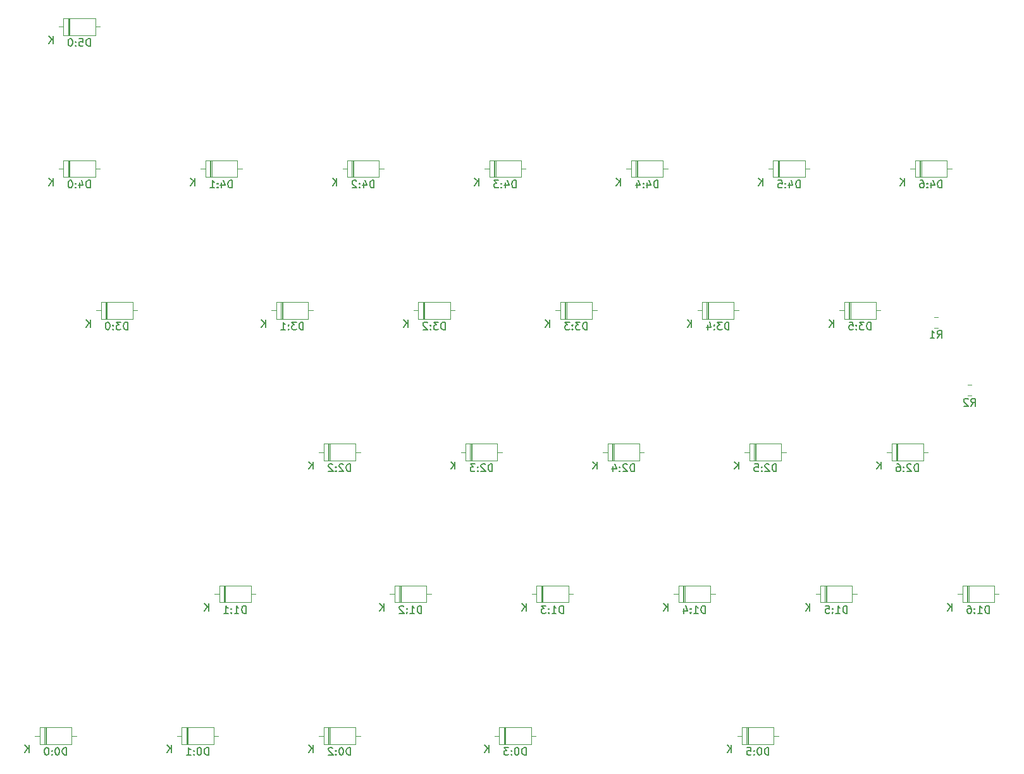
<source format=gbr>
G04 #@! TF.GenerationSoftware,KiCad,Pcbnew,(5.1.4-0-10_14)*
G04 #@! TF.CreationDate,2019-10-23T14:37:35-04:00*
G04 #@! TF.ProjectId,Nomad,4e6f6d61-642e-46b6-9963-61645f706362,rev?*
G04 #@! TF.SameCoordinates,Original*
G04 #@! TF.FileFunction,Legend,Bot*
G04 #@! TF.FilePolarity,Positive*
%FSLAX46Y46*%
G04 Gerber Fmt 4.6, Leading zero omitted, Abs format (unit mm)*
G04 Created by KiCad (PCBNEW (5.1.4-0-10_14)) date 2019-10-23 14:37:35*
%MOMM*%
%LPD*%
G04 APERTURE LIST*
%ADD10C,0.120000*%
%ADD11C,0.150000*%
G04 APERTURE END LIST*
D10*
X162043748Y-74930000D02*
X162566252Y-74930000D01*
X162043748Y-76350000D02*
X162566252Y-76350000D01*
X157533748Y-67250000D02*
X158056252Y-67250000D01*
X157533748Y-65830000D02*
X158056252Y-65830000D01*
X161933333Y-104060000D02*
X161933333Y-101820000D01*
X162173333Y-104060000D02*
X162173333Y-101820000D01*
X162053333Y-104060000D02*
X162053333Y-101820000D01*
X166223333Y-102940000D02*
X165573333Y-102940000D01*
X160683333Y-102940000D02*
X161333333Y-102940000D01*
X165573333Y-104060000D02*
X161333333Y-104060000D01*
X165573333Y-101820000D02*
X165573333Y-104060000D01*
X161333333Y-101820000D02*
X165573333Y-101820000D01*
X161333333Y-104060000D02*
X161333333Y-101820000D01*
X152433333Y-85060000D02*
X152433333Y-82820000D01*
X152673333Y-85060000D02*
X152673333Y-82820000D01*
X152553333Y-85060000D02*
X152553333Y-82820000D01*
X156723333Y-83940000D02*
X156073333Y-83940000D01*
X151183333Y-83940000D02*
X151833333Y-83940000D01*
X156073333Y-85060000D02*
X151833333Y-85060000D01*
X156073333Y-82820000D02*
X156073333Y-85060000D01*
X151833333Y-82820000D02*
X156073333Y-82820000D01*
X151833333Y-85060000D02*
X151833333Y-82820000D01*
X155600000Y-47060000D02*
X155600000Y-44820000D01*
X155840000Y-47060000D02*
X155840000Y-44820000D01*
X155720000Y-47060000D02*
X155720000Y-44820000D01*
X159890000Y-45940000D02*
X159240000Y-45940000D01*
X154350000Y-45940000D02*
X155000000Y-45940000D01*
X159240000Y-47060000D02*
X155000000Y-47060000D01*
X159240000Y-44820000D02*
X159240000Y-47060000D01*
X155000000Y-44820000D02*
X159240000Y-44820000D01*
X155000000Y-47060000D02*
X155000000Y-44820000D01*
X132433333Y-123060000D02*
X132433333Y-120820000D01*
X132673333Y-123060000D02*
X132673333Y-120820000D01*
X132553333Y-123060000D02*
X132553333Y-120820000D01*
X136723333Y-121940000D02*
X136073333Y-121940000D01*
X131183333Y-121940000D02*
X131833333Y-121940000D01*
X136073333Y-123060000D02*
X131833333Y-123060000D01*
X136073333Y-120820000D02*
X136073333Y-123060000D01*
X131833333Y-120820000D02*
X136073333Y-120820000D01*
X131833333Y-123060000D02*
X131833333Y-120820000D01*
X142933333Y-104060000D02*
X142933333Y-101820000D01*
X143173333Y-104060000D02*
X143173333Y-101820000D01*
X143053333Y-104060000D02*
X143053333Y-101820000D01*
X147223333Y-102940000D02*
X146573333Y-102940000D01*
X141683333Y-102940000D02*
X142333333Y-102940000D01*
X146573333Y-104060000D02*
X142333333Y-104060000D01*
X146573333Y-101820000D02*
X146573333Y-104060000D01*
X142333333Y-101820000D02*
X146573333Y-101820000D01*
X142333333Y-104060000D02*
X142333333Y-101820000D01*
X133433333Y-85060000D02*
X133433333Y-82820000D01*
X133673333Y-85060000D02*
X133673333Y-82820000D01*
X133553333Y-85060000D02*
X133553333Y-82820000D01*
X137723333Y-83940000D02*
X137073333Y-83940000D01*
X132183333Y-83940000D02*
X132833333Y-83940000D01*
X137073333Y-85060000D02*
X132833333Y-85060000D01*
X137073333Y-82820000D02*
X137073333Y-85060000D01*
X132833333Y-82820000D02*
X137073333Y-82820000D01*
X132833333Y-85060000D02*
X132833333Y-82820000D01*
X146100000Y-66060000D02*
X146100000Y-63820000D01*
X146340000Y-66060000D02*
X146340000Y-63820000D01*
X146220000Y-66060000D02*
X146220000Y-63820000D01*
X150390000Y-64940000D02*
X149740000Y-64940000D01*
X144850000Y-64940000D02*
X145500000Y-64940000D01*
X149740000Y-66060000D02*
X145500000Y-66060000D01*
X149740000Y-63820000D02*
X149740000Y-66060000D01*
X145500000Y-63820000D02*
X149740000Y-63820000D01*
X145500000Y-66060000D02*
X145500000Y-63820000D01*
X136600000Y-47060000D02*
X136600000Y-44820000D01*
X136840000Y-47060000D02*
X136840000Y-44820000D01*
X136720000Y-47060000D02*
X136720000Y-44820000D01*
X140890000Y-45940000D02*
X140240000Y-45940000D01*
X135350000Y-45940000D02*
X136000000Y-45940000D01*
X140240000Y-47060000D02*
X136000000Y-47060000D01*
X140240000Y-44820000D02*
X140240000Y-47060000D01*
X136000000Y-44820000D02*
X140240000Y-44820000D01*
X136000000Y-47060000D02*
X136000000Y-44820000D01*
X123933333Y-104060000D02*
X123933333Y-101820000D01*
X124173333Y-104060000D02*
X124173333Y-101820000D01*
X124053333Y-104060000D02*
X124053333Y-101820000D01*
X128223333Y-102940000D02*
X127573333Y-102940000D01*
X122683333Y-102940000D02*
X123333333Y-102940000D01*
X127573333Y-104060000D02*
X123333333Y-104060000D01*
X127573333Y-101820000D02*
X127573333Y-104060000D01*
X123333333Y-101820000D02*
X127573333Y-101820000D01*
X123333333Y-104060000D02*
X123333333Y-101820000D01*
X114433333Y-85060000D02*
X114433333Y-82820000D01*
X114673333Y-85060000D02*
X114673333Y-82820000D01*
X114553333Y-85060000D02*
X114553333Y-82820000D01*
X118723333Y-83940000D02*
X118073333Y-83940000D01*
X113183333Y-83940000D02*
X113833333Y-83940000D01*
X118073333Y-85060000D02*
X113833333Y-85060000D01*
X118073333Y-82820000D02*
X118073333Y-85060000D01*
X113833333Y-82820000D02*
X118073333Y-82820000D01*
X113833333Y-85060000D02*
X113833333Y-82820000D01*
X127100000Y-66060000D02*
X127100000Y-63820000D01*
X127340000Y-66060000D02*
X127340000Y-63820000D01*
X127220000Y-66060000D02*
X127220000Y-63820000D01*
X131390000Y-64940000D02*
X130740000Y-64940000D01*
X125850000Y-64940000D02*
X126500000Y-64940000D01*
X130740000Y-66060000D02*
X126500000Y-66060000D01*
X130740000Y-63820000D02*
X130740000Y-66060000D01*
X126500000Y-63820000D02*
X130740000Y-63820000D01*
X126500000Y-66060000D02*
X126500000Y-63820000D01*
X117600000Y-47060000D02*
X117600000Y-44820000D01*
X117840000Y-47060000D02*
X117840000Y-44820000D01*
X117720000Y-47060000D02*
X117720000Y-44820000D01*
X121890000Y-45940000D02*
X121240000Y-45940000D01*
X116350000Y-45940000D02*
X117000000Y-45940000D01*
X121240000Y-47060000D02*
X117000000Y-47060000D01*
X121240000Y-44820000D02*
X121240000Y-47060000D01*
X117000000Y-44820000D02*
X121240000Y-44820000D01*
X117000000Y-47060000D02*
X117000000Y-44820000D01*
X99933333Y-123060000D02*
X99933333Y-120820000D01*
X100173333Y-123060000D02*
X100173333Y-120820000D01*
X100053333Y-123060000D02*
X100053333Y-120820000D01*
X104223333Y-121940000D02*
X103573333Y-121940000D01*
X98683333Y-121940000D02*
X99333333Y-121940000D01*
X103573333Y-123060000D02*
X99333333Y-123060000D01*
X103573333Y-120820000D02*
X103573333Y-123060000D01*
X99333333Y-120820000D02*
X103573333Y-120820000D01*
X99333333Y-123060000D02*
X99333333Y-120820000D01*
X104933333Y-104060000D02*
X104933333Y-101820000D01*
X105173333Y-104060000D02*
X105173333Y-101820000D01*
X105053333Y-104060000D02*
X105053333Y-101820000D01*
X109223333Y-102940000D02*
X108573333Y-102940000D01*
X103683333Y-102940000D02*
X104333333Y-102940000D01*
X108573333Y-104060000D02*
X104333333Y-104060000D01*
X108573333Y-101820000D02*
X108573333Y-104060000D01*
X104333333Y-101820000D02*
X108573333Y-101820000D01*
X104333333Y-104060000D02*
X104333333Y-101820000D01*
X95433333Y-85060000D02*
X95433333Y-82820000D01*
X95673333Y-85060000D02*
X95673333Y-82820000D01*
X95553333Y-85060000D02*
X95553333Y-82820000D01*
X99723333Y-83940000D02*
X99073333Y-83940000D01*
X94183333Y-83940000D02*
X94833333Y-83940000D01*
X99073333Y-85060000D02*
X94833333Y-85060000D01*
X99073333Y-82820000D02*
X99073333Y-85060000D01*
X94833333Y-82820000D02*
X99073333Y-82820000D01*
X94833333Y-85060000D02*
X94833333Y-82820000D01*
X108100000Y-66060000D02*
X108100000Y-63820000D01*
X108340000Y-66060000D02*
X108340000Y-63820000D01*
X108220000Y-66060000D02*
X108220000Y-63820000D01*
X112390000Y-64940000D02*
X111740000Y-64940000D01*
X106850000Y-64940000D02*
X107500000Y-64940000D01*
X111740000Y-66060000D02*
X107500000Y-66060000D01*
X111740000Y-63820000D02*
X111740000Y-66060000D01*
X107500000Y-63820000D02*
X111740000Y-63820000D01*
X107500000Y-66060000D02*
X107500000Y-63820000D01*
X98600000Y-47060000D02*
X98600000Y-44820000D01*
X98840000Y-47060000D02*
X98840000Y-44820000D01*
X98720000Y-47060000D02*
X98720000Y-44820000D01*
X102890000Y-45940000D02*
X102240000Y-45940000D01*
X97350000Y-45940000D02*
X98000000Y-45940000D01*
X102240000Y-47060000D02*
X98000000Y-47060000D01*
X102240000Y-44820000D02*
X102240000Y-47060000D01*
X98000000Y-44820000D02*
X102240000Y-44820000D01*
X98000000Y-47060000D02*
X98000000Y-44820000D01*
X76433333Y-123060000D02*
X76433333Y-120820000D01*
X76673333Y-123060000D02*
X76673333Y-120820000D01*
X76553333Y-123060000D02*
X76553333Y-120820000D01*
X80723333Y-121940000D02*
X80073333Y-121940000D01*
X75183333Y-121940000D02*
X75833333Y-121940000D01*
X80073333Y-123060000D02*
X75833333Y-123060000D01*
X80073333Y-120820000D02*
X80073333Y-123060000D01*
X75833333Y-120820000D02*
X80073333Y-120820000D01*
X75833333Y-123060000D02*
X75833333Y-120820000D01*
X85933333Y-104060000D02*
X85933333Y-101820000D01*
X86173333Y-104060000D02*
X86173333Y-101820000D01*
X86053333Y-104060000D02*
X86053333Y-101820000D01*
X90223333Y-102940000D02*
X89573333Y-102940000D01*
X84683333Y-102940000D02*
X85333333Y-102940000D01*
X89573333Y-104060000D02*
X85333333Y-104060000D01*
X89573333Y-101820000D02*
X89573333Y-104060000D01*
X85333333Y-101820000D02*
X89573333Y-101820000D01*
X85333333Y-104060000D02*
X85333333Y-101820000D01*
X76433333Y-85060000D02*
X76433333Y-82820000D01*
X76673333Y-85060000D02*
X76673333Y-82820000D01*
X76553333Y-85060000D02*
X76553333Y-82820000D01*
X80723333Y-83940000D02*
X80073333Y-83940000D01*
X75183333Y-83940000D02*
X75833333Y-83940000D01*
X80073333Y-85060000D02*
X75833333Y-85060000D01*
X80073333Y-82820000D02*
X80073333Y-85060000D01*
X75833333Y-82820000D02*
X80073333Y-82820000D01*
X75833333Y-85060000D02*
X75833333Y-82820000D01*
X89100000Y-66060000D02*
X89100000Y-63820000D01*
X89340000Y-66060000D02*
X89340000Y-63820000D01*
X89220000Y-66060000D02*
X89220000Y-63820000D01*
X93390000Y-64940000D02*
X92740000Y-64940000D01*
X87850000Y-64940000D02*
X88500000Y-64940000D01*
X92740000Y-66060000D02*
X88500000Y-66060000D01*
X92740000Y-63820000D02*
X92740000Y-66060000D01*
X88500000Y-63820000D02*
X92740000Y-63820000D01*
X88500000Y-66060000D02*
X88500000Y-63820000D01*
X79600000Y-47060000D02*
X79600000Y-44820000D01*
X79840000Y-47060000D02*
X79840000Y-44820000D01*
X79720000Y-47060000D02*
X79720000Y-44820000D01*
X83890000Y-45940000D02*
X83240000Y-45940000D01*
X78350000Y-45940000D02*
X79000000Y-45940000D01*
X83240000Y-47060000D02*
X79000000Y-47060000D01*
X83240000Y-44820000D02*
X83240000Y-47060000D01*
X79000000Y-44820000D02*
X83240000Y-44820000D01*
X79000000Y-47060000D02*
X79000000Y-44820000D01*
X57433333Y-123060000D02*
X57433333Y-120820000D01*
X57673333Y-123060000D02*
X57673333Y-120820000D01*
X57553333Y-123060000D02*
X57553333Y-120820000D01*
X61723333Y-121940000D02*
X61073333Y-121940000D01*
X56183333Y-121940000D02*
X56833333Y-121940000D01*
X61073333Y-123060000D02*
X56833333Y-123060000D01*
X61073333Y-120820000D02*
X61073333Y-123060000D01*
X56833333Y-120820000D02*
X61073333Y-120820000D01*
X56833333Y-123060000D02*
X56833333Y-120820000D01*
X62433333Y-104060000D02*
X62433333Y-101820000D01*
X62673333Y-104060000D02*
X62673333Y-101820000D01*
X62553333Y-104060000D02*
X62553333Y-101820000D01*
X66723333Y-102940000D02*
X66073333Y-102940000D01*
X61183333Y-102940000D02*
X61833333Y-102940000D01*
X66073333Y-104060000D02*
X61833333Y-104060000D01*
X66073333Y-101820000D02*
X66073333Y-104060000D01*
X61833333Y-101820000D02*
X66073333Y-101820000D01*
X61833333Y-104060000D02*
X61833333Y-101820000D01*
X70100000Y-66060000D02*
X70100000Y-63820000D01*
X70340000Y-66060000D02*
X70340000Y-63820000D01*
X70220000Y-66060000D02*
X70220000Y-63820000D01*
X74390000Y-64940000D02*
X73740000Y-64940000D01*
X68850000Y-64940000D02*
X69500000Y-64940000D01*
X73740000Y-66060000D02*
X69500000Y-66060000D01*
X73740000Y-63820000D02*
X73740000Y-66060000D01*
X69500000Y-63820000D02*
X73740000Y-63820000D01*
X69500000Y-66060000D02*
X69500000Y-63820000D01*
X60600000Y-47060000D02*
X60600000Y-44820000D01*
X60840000Y-47060000D02*
X60840000Y-44820000D01*
X60720000Y-47060000D02*
X60720000Y-44820000D01*
X64890000Y-45940000D02*
X64240000Y-45940000D01*
X59350000Y-45940000D02*
X60000000Y-45940000D01*
X64240000Y-47060000D02*
X60000000Y-47060000D01*
X64240000Y-44820000D02*
X64240000Y-47060000D01*
X60000000Y-44820000D02*
X64240000Y-44820000D01*
X60000000Y-47060000D02*
X60000000Y-44820000D01*
X38433333Y-123060000D02*
X38433333Y-120820000D01*
X38673333Y-123060000D02*
X38673333Y-120820000D01*
X38553333Y-123060000D02*
X38553333Y-120820000D01*
X42723333Y-121940000D02*
X42073333Y-121940000D01*
X37183333Y-121940000D02*
X37833333Y-121940000D01*
X42073333Y-123060000D02*
X37833333Y-123060000D01*
X42073333Y-120820000D02*
X42073333Y-123060000D01*
X37833333Y-120820000D02*
X42073333Y-120820000D01*
X37833333Y-123060000D02*
X37833333Y-120820000D01*
X46600000Y-66060000D02*
X46600000Y-63820000D01*
X46840000Y-66060000D02*
X46840000Y-63820000D01*
X46720000Y-66060000D02*
X46720000Y-63820000D01*
X50890000Y-64940000D02*
X50240000Y-64940000D01*
X45350000Y-64940000D02*
X46000000Y-64940000D01*
X50240000Y-66060000D02*
X46000000Y-66060000D01*
X50240000Y-63820000D02*
X50240000Y-66060000D01*
X46000000Y-63820000D02*
X50240000Y-63820000D01*
X46000000Y-66060000D02*
X46000000Y-63820000D01*
X41600000Y-47060000D02*
X41600000Y-44820000D01*
X41840000Y-47060000D02*
X41840000Y-44820000D01*
X41720000Y-47060000D02*
X41720000Y-44820000D01*
X45890000Y-45940000D02*
X45240000Y-45940000D01*
X40350000Y-45940000D02*
X41000000Y-45940000D01*
X45240000Y-47060000D02*
X41000000Y-47060000D01*
X45240000Y-44820000D02*
X45240000Y-47060000D01*
X41000000Y-44820000D02*
X45240000Y-44820000D01*
X41000000Y-47060000D02*
X41000000Y-44820000D01*
X41600000Y-28060000D02*
X41600000Y-25820000D01*
X41840000Y-28060000D02*
X41840000Y-25820000D01*
X41720000Y-28060000D02*
X41720000Y-25820000D01*
X45890000Y-26940000D02*
X45240000Y-26940000D01*
X40350000Y-26940000D02*
X41000000Y-26940000D01*
X45240000Y-28060000D02*
X41000000Y-28060000D01*
X45240000Y-25820000D02*
X45240000Y-28060000D01*
X41000000Y-25820000D02*
X45240000Y-25820000D01*
X41000000Y-28060000D02*
X41000000Y-25820000D01*
D11*
X162471666Y-77742380D02*
X162805000Y-77266190D01*
X163043095Y-77742380D02*
X163043095Y-76742380D01*
X162662142Y-76742380D01*
X162566904Y-76790000D01*
X162519285Y-76837619D01*
X162471666Y-76932857D01*
X162471666Y-77075714D01*
X162519285Y-77170952D01*
X162566904Y-77218571D01*
X162662142Y-77266190D01*
X163043095Y-77266190D01*
X162090714Y-76837619D02*
X162043095Y-76790000D01*
X161947857Y-76742380D01*
X161709761Y-76742380D01*
X161614523Y-76790000D01*
X161566904Y-76837619D01*
X161519285Y-76932857D01*
X161519285Y-77028095D01*
X161566904Y-77170952D01*
X162138333Y-77742380D01*
X161519285Y-77742380D01*
X157961666Y-68642380D02*
X158295000Y-68166190D01*
X158533095Y-68642380D02*
X158533095Y-67642380D01*
X158152142Y-67642380D01*
X158056904Y-67690000D01*
X158009285Y-67737619D01*
X157961666Y-67832857D01*
X157961666Y-67975714D01*
X158009285Y-68070952D01*
X158056904Y-68118571D01*
X158152142Y-68166190D01*
X158533095Y-68166190D01*
X157009285Y-68642380D02*
X157580714Y-68642380D01*
X157295000Y-68642380D02*
X157295000Y-67642380D01*
X157390238Y-67785238D01*
X157485476Y-67880476D01*
X157580714Y-67928095D01*
X164905713Y-105512380D02*
X164905713Y-104512380D01*
X164667618Y-104512380D01*
X164524761Y-104560000D01*
X164429523Y-104655238D01*
X164381904Y-104750476D01*
X164334285Y-104940952D01*
X164334285Y-105083809D01*
X164381904Y-105274285D01*
X164429523Y-105369523D01*
X164524761Y-105464761D01*
X164667618Y-105512380D01*
X164905713Y-105512380D01*
X163381904Y-105512380D02*
X163953333Y-105512380D01*
X163667618Y-105512380D02*
X163667618Y-104512380D01*
X163762856Y-104655238D01*
X163858094Y-104750476D01*
X163953333Y-104798095D01*
X162953333Y-105417142D02*
X162905713Y-105464761D01*
X162953333Y-105512380D01*
X163000952Y-105464761D01*
X162953333Y-105417142D01*
X162953333Y-105512380D01*
X162953333Y-104893333D02*
X162905713Y-104940952D01*
X162953333Y-104988571D01*
X163000952Y-104940952D01*
X162953333Y-104893333D01*
X162953333Y-104988571D01*
X162048571Y-104512380D02*
X162239047Y-104512380D01*
X162334285Y-104560000D01*
X162381904Y-104607619D01*
X162477142Y-104750476D01*
X162524761Y-104940952D01*
X162524761Y-105321904D01*
X162477142Y-105417142D01*
X162429523Y-105464761D01*
X162334285Y-105512380D01*
X162143809Y-105512380D01*
X162048571Y-105464761D01*
X162000952Y-105417142D01*
X161953333Y-105321904D01*
X161953333Y-105083809D01*
X162000952Y-104988571D01*
X162048571Y-104940952D01*
X162143809Y-104893333D01*
X162334285Y-104893333D01*
X162429523Y-104940952D01*
X162477142Y-104988571D01*
X162524761Y-105083809D01*
X159905237Y-105192380D02*
X159905237Y-104192380D01*
X159333809Y-105192380D02*
X159762380Y-104620952D01*
X159333809Y-104192380D02*
X159905237Y-104763809D01*
X155405713Y-86512380D02*
X155405713Y-85512380D01*
X155167618Y-85512380D01*
X155024761Y-85560000D01*
X154929523Y-85655238D01*
X154881904Y-85750476D01*
X154834285Y-85940952D01*
X154834285Y-86083809D01*
X154881904Y-86274285D01*
X154929523Y-86369523D01*
X155024761Y-86464761D01*
X155167618Y-86512380D01*
X155405713Y-86512380D01*
X154453333Y-85607619D02*
X154405713Y-85560000D01*
X154310475Y-85512380D01*
X154072380Y-85512380D01*
X153977142Y-85560000D01*
X153929523Y-85607619D01*
X153881904Y-85702857D01*
X153881904Y-85798095D01*
X153929523Y-85940952D01*
X154500952Y-86512380D01*
X153881904Y-86512380D01*
X153453333Y-86417142D02*
X153405713Y-86464761D01*
X153453333Y-86512380D01*
X153500952Y-86464761D01*
X153453333Y-86417142D01*
X153453333Y-86512380D01*
X153453333Y-85893333D02*
X153405713Y-85940952D01*
X153453333Y-85988571D01*
X153500952Y-85940952D01*
X153453333Y-85893333D01*
X153453333Y-85988571D01*
X152548571Y-85512380D02*
X152739047Y-85512380D01*
X152834285Y-85560000D01*
X152881904Y-85607619D01*
X152977142Y-85750476D01*
X153024761Y-85940952D01*
X153024761Y-86321904D01*
X152977142Y-86417142D01*
X152929523Y-86464761D01*
X152834285Y-86512380D01*
X152643809Y-86512380D01*
X152548571Y-86464761D01*
X152500952Y-86417142D01*
X152453333Y-86321904D01*
X152453333Y-86083809D01*
X152500952Y-85988571D01*
X152548571Y-85940952D01*
X152643809Y-85893333D01*
X152834285Y-85893333D01*
X152929523Y-85940952D01*
X152977142Y-85988571D01*
X153024761Y-86083809D01*
X150405237Y-86192380D02*
X150405237Y-85192380D01*
X149833809Y-86192380D02*
X150262380Y-85620952D01*
X149833809Y-85192380D02*
X150405237Y-85763809D01*
X158572380Y-48512380D02*
X158572380Y-47512380D01*
X158334285Y-47512380D01*
X158191428Y-47560000D01*
X158096190Y-47655238D01*
X158048571Y-47750476D01*
X158000952Y-47940952D01*
X158000952Y-48083809D01*
X158048571Y-48274285D01*
X158096190Y-48369523D01*
X158191428Y-48464761D01*
X158334285Y-48512380D01*
X158572380Y-48512380D01*
X157143809Y-47845714D02*
X157143809Y-48512380D01*
X157381904Y-47464761D02*
X157620000Y-48179047D01*
X157000952Y-48179047D01*
X156620000Y-48417142D02*
X156572380Y-48464761D01*
X156620000Y-48512380D01*
X156667619Y-48464761D01*
X156620000Y-48417142D01*
X156620000Y-48512380D01*
X156620000Y-47893333D02*
X156572380Y-47940952D01*
X156620000Y-47988571D01*
X156667619Y-47940952D01*
X156620000Y-47893333D01*
X156620000Y-47988571D01*
X155715238Y-47512380D02*
X155905714Y-47512380D01*
X156000952Y-47560000D01*
X156048571Y-47607619D01*
X156143809Y-47750476D01*
X156191428Y-47940952D01*
X156191428Y-48321904D01*
X156143809Y-48417142D01*
X156096190Y-48464761D01*
X156000952Y-48512380D01*
X155810476Y-48512380D01*
X155715238Y-48464761D01*
X155667619Y-48417142D01*
X155620000Y-48321904D01*
X155620000Y-48083809D01*
X155667619Y-47988571D01*
X155715238Y-47940952D01*
X155810476Y-47893333D01*
X156000952Y-47893333D01*
X156096190Y-47940952D01*
X156143809Y-47988571D01*
X156191428Y-48083809D01*
X153571904Y-48192380D02*
X153571904Y-47192380D01*
X153000476Y-48192380D02*
X153429047Y-47620952D01*
X153000476Y-47192380D02*
X153571904Y-47763809D01*
X135405713Y-124512380D02*
X135405713Y-123512380D01*
X135167618Y-123512380D01*
X135024761Y-123560000D01*
X134929523Y-123655238D01*
X134881904Y-123750476D01*
X134834285Y-123940952D01*
X134834285Y-124083809D01*
X134881904Y-124274285D01*
X134929523Y-124369523D01*
X135024761Y-124464761D01*
X135167618Y-124512380D01*
X135405713Y-124512380D01*
X134215237Y-123512380D02*
X134119999Y-123512380D01*
X134024761Y-123560000D01*
X133977142Y-123607619D01*
X133929523Y-123702857D01*
X133881904Y-123893333D01*
X133881904Y-124131428D01*
X133929523Y-124321904D01*
X133977142Y-124417142D01*
X134024761Y-124464761D01*
X134119999Y-124512380D01*
X134215237Y-124512380D01*
X134310475Y-124464761D01*
X134358094Y-124417142D01*
X134405713Y-124321904D01*
X134453333Y-124131428D01*
X134453333Y-123893333D01*
X134405713Y-123702857D01*
X134358094Y-123607619D01*
X134310475Y-123560000D01*
X134215237Y-123512380D01*
X133453333Y-124417142D02*
X133405713Y-124464761D01*
X133453333Y-124512380D01*
X133500952Y-124464761D01*
X133453333Y-124417142D01*
X133453333Y-124512380D01*
X133453333Y-123893333D02*
X133405713Y-123940952D01*
X133453333Y-123988571D01*
X133500952Y-123940952D01*
X133453333Y-123893333D01*
X133453333Y-123988571D01*
X132500952Y-123512380D02*
X132977142Y-123512380D01*
X133024761Y-123988571D01*
X132977142Y-123940952D01*
X132881904Y-123893333D01*
X132643809Y-123893333D01*
X132548571Y-123940952D01*
X132500952Y-123988571D01*
X132453333Y-124083809D01*
X132453333Y-124321904D01*
X132500952Y-124417142D01*
X132548571Y-124464761D01*
X132643809Y-124512380D01*
X132881904Y-124512380D01*
X132977142Y-124464761D01*
X133024761Y-124417142D01*
X130405237Y-124192380D02*
X130405237Y-123192380D01*
X129833809Y-124192380D02*
X130262380Y-123620952D01*
X129833809Y-123192380D02*
X130405237Y-123763809D01*
X145905713Y-105512380D02*
X145905713Y-104512380D01*
X145667618Y-104512380D01*
X145524761Y-104560000D01*
X145429523Y-104655238D01*
X145381904Y-104750476D01*
X145334285Y-104940952D01*
X145334285Y-105083809D01*
X145381904Y-105274285D01*
X145429523Y-105369523D01*
X145524761Y-105464761D01*
X145667618Y-105512380D01*
X145905713Y-105512380D01*
X144381904Y-105512380D02*
X144953333Y-105512380D01*
X144667618Y-105512380D02*
X144667618Y-104512380D01*
X144762856Y-104655238D01*
X144858094Y-104750476D01*
X144953333Y-104798095D01*
X143953333Y-105417142D02*
X143905713Y-105464761D01*
X143953333Y-105512380D01*
X144000952Y-105464761D01*
X143953333Y-105417142D01*
X143953333Y-105512380D01*
X143953333Y-104893333D02*
X143905713Y-104940952D01*
X143953333Y-104988571D01*
X144000952Y-104940952D01*
X143953333Y-104893333D01*
X143953333Y-104988571D01*
X143000952Y-104512380D02*
X143477142Y-104512380D01*
X143524761Y-104988571D01*
X143477142Y-104940952D01*
X143381904Y-104893333D01*
X143143809Y-104893333D01*
X143048571Y-104940952D01*
X143000952Y-104988571D01*
X142953333Y-105083809D01*
X142953333Y-105321904D01*
X143000952Y-105417142D01*
X143048571Y-105464761D01*
X143143809Y-105512380D01*
X143381904Y-105512380D01*
X143477142Y-105464761D01*
X143524761Y-105417142D01*
X140905237Y-105192380D02*
X140905237Y-104192380D01*
X140333809Y-105192380D02*
X140762380Y-104620952D01*
X140333809Y-104192380D02*
X140905237Y-104763809D01*
X136405713Y-86512380D02*
X136405713Y-85512380D01*
X136167618Y-85512380D01*
X136024761Y-85560000D01*
X135929523Y-85655238D01*
X135881904Y-85750476D01*
X135834285Y-85940952D01*
X135834285Y-86083809D01*
X135881904Y-86274285D01*
X135929523Y-86369523D01*
X136024761Y-86464761D01*
X136167618Y-86512380D01*
X136405713Y-86512380D01*
X135453333Y-85607619D02*
X135405713Y-85560000D01*
X135310475Y-85512380D01*
X135072380Y-85512380D01*
X134977142Y-85560000D01*
X134929523Y-85607619D01*
X134881904Y-85702857D01*
X134881904Y-85798095D01*
X134929523Y-85940952D01*
X135500952Y-86512380D01*
X134881904Y-86512380D01*
X134453333Y-86417142D02*
X134405713Y-86464761D01*
X134453333Y-86512380D01*
X134500952Y-86464761D01*
X134453333Y-86417142D01*
X134453333Y-86512380D01*
X134453333Y-85893333D02*
X134405713Y-85940952D01*
X134453333Y-85988571D01*
X134500952Y-85940952D01*
X134453333Y-85893333D01*
X134453333Y-85988571D01*
X133500952Y-85512380D02*
X133977142Y-85512380D01*
X134024761Y-85988571D01*
X133977142Y-85940952D01*
X133881904Y-85893333D01*
X133643809Y-85893333D01*
X133548571Y-85940952D01*
X133500952Y-85988571D01*
X133453333Y-86083809D01*
X133453333Y-86321904D01*
X133500952Y-86417142D01*
X133548571Y-86464761D01*
X133643809Y-86512380D01*
X133881904Y-86512380D01*
X133977142Y-86464761D01*
X134024761Y-86417142D01*
X131405237Y-86192380D02*
X131405237Y-85192380D01*
X130833809Y-86192380D02*
X131262380Y-85620952D01*
X130833809Y-85192380D02*
X131405237Y-85763809D01*
X149072380Y-67512380D02*
X149072380Y-66512380D01*
X148834285Y-66512380D01*
X148691428Y-66560000D01*
X148596190Y-66655238D01*
X148548571Y-66750476D01*
X148500952Y-66940952D01*
X148500952Y-67083809D01*
X148548571Y-67274285D01*
X148596190Y-67369523D01*
X148691428Y-67464761D01*
X148834285Y-67512380D01*
X149072380Y-67512380D01*
X148167619Y-66512380D02*
X147548571Y-66512380D01*
X147881904Y-66893333D01*
X147739047Y-66893333D01*
X147643809Y-66940952D01*
X147596190Y-66988571D01*
X147548571Y-67083809D01*
X147548571Y-67321904D01*
X147596190Y-67417142D01*
X147643809Y-67464761D01*
X147739047Y-67512380D01*
X148024761Y-67512380D01*
X148120000Y-67464761D01*
X148167619Y-67417142D01*
X147120000Y-67417142D02*
X147072380Y-67464761D01*
X147120000Y-67512380D01*
X147167619Y-67464761D01*
X147120000Y-67417142D01*
X147120000Y-67512380D01*
X147120000Y-66893333D02*
X147072380Y-66940952D01*
X147120000Y-66988571D01*
X147167619Y-66940952D01*
X147120000Y-66893333D01*
X147120000Y-66988571D01*
X146167619Y-66512380D02*
X146643809Y-66512380D01*
X146691428Y-66988571D01*
X146643809Y-66940952D01*
X146548571Y-66893333D01*
X146310476Y-66893333D01*
X146215238Y-66940952D01*
X146167619Y-66988571D01*
X146120000Y-67083809D01*
X146120000Y-67321904D01*
X146167619Y-67417142D01*
X146215238Y-67464761D01*
X146310476Y-67512380D01*
X146548571Y-67512380D01*
X146643809Y-67464761D01*
X146691428Y-67417142D01*
X144071904Y-67192380D02*
X144071904Y-66192380D01*
X143500476Y-67192380D02*
X143929047Y-66620952D01*
X143500476Y-66192380D02*
X144071904Y-66763809D01*
X139572380Y-48512380D02*
X139572380Y-47512380D01*
X139334285Y-47512380D01*
X139191428Y-47560000D01*
X139096190Y-47655238D01*
X139048571Y-47750476D01*
X139000952Y-47940952D01*
X139000952Y-48083809D01*
X139048571Y-48274285D01*
X139096190Y-48369523D01*
X139191428Y-48464761D01*
X139334285Y-48512380D01*
X139572380Y-48512380D01*
X138143809Y-47845714D02*
X138143809Y-48512380D01*
X138381904Y-47464761D02*
X138620000Y-48179047D01*
X138000952Y-48179047D01*
X137620000Y-48417142D02*
X137572380Y-48464761D01*
X137620000Y-48512380D01*
X137667619Y-48464761D01*
X137620000Y-48417142D01*
X137620000Y-48512380D01*
X137620000Y-47893333D02*
X137572380Y-47940952D01*
X137620000Y-47988571D01*
X137667619Y-47940952D01*
X137620000Y-47893333D01*
X137620000Y-47988571D01*
X136667619Y-47512380D02*
X137143809Y-47512380D01*
X137191428Y-47988571D01*
X137143809Y-47940952D01*
X137048571Y-47893333D01*
X136810476Y-47893333D01*
X136715238Y-47940952D01*
X136667619Y-47988571D01*
X136620000Y-48083809D01*
X136620000Y-48321904D01*
X136667619Y-48417142D01*
X136715238Y-48464761D01*
X136810476Y-48512380D01*
X137048571Y-48512380D01*
X137143809Y-48464761D01*
X137191428Y-48417142D01*
X134571904Y-48192380D02*
X134571904Y-47192380D01*
X134000476Y-48192380D02*
X134429047Y-47620952D01*
X134000476Y-47192380D02*
X134571904Y-47763809D01*
X126905713Y-105512380D02*
X126905713Y-104512380D01*
X126667618Y-104512380D01*
X126524761Y-104560000D01*
X126429523Y-104655238D01*
X126381904Y-104750476D01*
X126334285Y-104940952D01*
X126334285Y-105083809D01*
X126381904Y-105274285D01*
X126429523Y-105369523D01*
X126524761Y-105464761D01*
X126667618Y-105512380D01*
X126905713Y-105512380D01*
X125381904Y-105512380D02*
X125953333Y-105512380D01*
X125667618Y-105512380D02*
X125667618Y-104512380D01*
X125762856Y-104655238D01*
X125858094Y-104750476D01*
X125953333Y-104798095D01*
X124953333Y-105417142D02*
X124905713Y-105464761D01*
X124953333Y-105512380D01*
X125000952Y-105464761D01*
X124953333Y-105417142D01*
X124953333Y-105512380D01*
X124953333Y-104893333D02*
X124905713Y-104940952D01*
X124953333Y-104988571D01*
X125000952Y-104940952D01*
X124953333Y-104893333D01*
X124953333Y-104988571D01*
X124048571Y-104845714D02*
X124048571Y-105512380D01*
X124286666Y-104464761D02*
X124524761Y-105179047D01*
X123905713Y-105179047D01*
X121905237Y-105192380D02*
X121905237Y-104192380D01*
X121333809Y-105192380D02*
X121762380Y-104620952D01*
X121333809Y-104192380D02*
X121905237Y-104763809D01*
X117405713Y-86512380D02*
X117405713Y-85512380D01*
X117167618Y-85512380D01*
X117024761Y-85560000D01*
X116929523Y-85655238D01*
X116881904Y-85750476D01*
X116834285Y-85940952D01*
X116834285Y-86083809D01*
X116881904Y-86274285D01*
X116929523Y-86369523D01*
X117024761Y-86464761D01*
X117167618Y-86512380D01*
X117405713Y-86512380D01*
X116453333Y-85607619D02*
X116405713Y-85560000D01*
X116310475Y-85512380D01*
X116072380Y-85512380D01*
X115977142Y-85560000D01*
X115929523Y-85607619D01*
X115881904Y-85702857D01*
X115881904Y-85798095D01*
X115929523Y-85940952D01*
X116500952Y-86512380D01*
X115881904Y-86512380D01*
X115453333Y-86417142D02*
X115405713Y-86464761D01*
X115453333Y-86512380D01*
X115500952Y-86464761D01*
X115453333Y-86417142D01*
X115453333Y-86512380D01*
X115453333Y-85893333D02*
X115405713Y-85940952D01*
X115453333Y-85988571D01*
X115500952Y-85940952D01*
X115453333Y-85893333D01*
X115453333Y-85988571D01*
X114548571Y-85845714D02*
X114548571Y-86512380D01*
X114786666Y-85464761D02*
X115024761Y-86179047D01*
X114405713Y-86179047D01*
X112405237Y-86192380D02*
X112405237Y-85192380D01*
X111833809Y-86192380D02*
X112262380Y-85620952D01*
X111833809Y-85192380D02*
X112405237Y-85763809D01*
X130072380Y-67512380D02*
X130072380Y-66512380D01*
X129834285Y-66512380D01*
X129691428Y-66560000D01*
X129596190Y-66655238D01*
X129548571Y-66750476D01*
X129500952Y-66940952D01*
X129500952Y-67083809D01*
X129548571Y-67274285D01*
X129596190Y-67369523D01*
X129691428Y-67464761D01*
X129834285Y-67512380D01*
X130072380Y-67512380D01*
X129167619Y-66512380D02*
X128548571Y-66512380D01*
X128881904Y-66893333D01*
X128739047Y-66893333D01*
X128643809Y-66940952D01*
X128596190Y-66988571D01*
X128548571Y-67083809D01*
X128548571Y-67321904D01*
X128596190Y-67417142D01*
X128643809Y-67464761D01*
X128739047Y-67512380D01*
X129024761Y-67512380D01*
X129120000Y-67464761D01*
X129167619Y-67417142D01*
X128120000Y-67417142D02*
X128072380Y-67464761D01*
X128120000Y-67512380D01*
X128167619Y-67464761D01*
X128120000Y-67417142D01*
X128120000Y-67512380D01*
X128120000Y-66893333D02*
X128072380Y-66940952D01*
X128120000Y-66988571D01*
X128167619Y-66940952D01*
X128120000Y-66893333D01*
X128120000Y-66988571D01*
X127215238Y-66845714D02*
X127215238Y-67512380D01*
X127453333Y-66464761D02*
X127691428Y-67179047D01*
X127072380Y-67179047D01*
X125071904Y-67192380D02*
X125071904Y-66192380D01*
X124500476Y-67192380D02*
X124929047Y-66620952D01*
X124500476Y-66192380D02*
X125071904Y-66763809D01*
X120572380Y-48512380D02*
X120572380Y-47512380D01*
X120334285Y-47512380D01*
X120191428Y-47560000D01*
X120096190Y-47655238D01*
X120048571Y-47750476D01*
X120000952Y-47940952D01*
X120000952Y-48083809D01*
X120048571Y-48274285D01*
X120096190Y-48369523D01*
X120191428Y-48464761D01*
X120334285Y-48512380D01*
X120572380Y-48512380D01*
X119143809Y-47845714D02*
X119143809Y-48512380D01*
X119381904Y-47464761D02*
X119620000Y-48179047D01*
X119000952Y-48179047D01*
X118620000Y-48417142D02*
X118572380Y-48464761D01*
X118620000Y-48512380D01*
X118667619Y-48464761D01*
X118620000Y-48417142D01*
X118620000Y-48512380D01*
X118620000Y-47893333D02*
X118572380Y-47940952D01*
X118620000Y-47988571D01*
X118667619Y-47940952D01*
X118620000Y-47893333D01*
X118620000Y-47988571D01*
X117715238Y-47845714D02*
X117715238Y-48512380D01*
X117953333Y-47464761D02*
X118191428Y-48179047D01*
X117572380Y-48179047D01*
X115571904Y-48192380D02*
X115571904Y-47192380D01*
X115000476Y-48192380D02*
X115429047Y-47620952D01*
X115000476Y-47192380D02*
X115571904Y-47763809D01*
X102905713Y-124512380D02*
X102905713Y-123512380D01*
X102667618Y-123512380D01*
X102524761Y-123560000D01*
X102429523Y-123655238D01*
X102381904Y-123750476D01*
X102334285Y-123940952D01*
X102334285Y-124083809D01*
X102381904Y-124274285D01*
X102429523Y-124369523D01*
X102524761Y-124464761D01*
X102667618Y-124512380D01*
X102905713Y-124512380D01*
X101715237Y-123512380D02*
X101619999Y-123512380D01*
X101524761Y-123560000D01*
X101477142Y-123607619D01*
X101429523Y-123702857D01*
X101381904Y-123893333D01*
X101381904Y-124131428D01*
X101429523Y-124321904D01*
X101477142Y-124417142D01*
X101524761Y-124464761D01*
X101619999Y-124512380D01*
X101715237Y-124512380D01*
X101810475Y-124464761D01*
X101858094Y-124417142D01*
X101905713Y-124321904D01*
X101953333Y-124131428D01*
X101953333Y-123893333D01*
X101905713Y-123702857D01*
X101858094Y-123607619D01*
X101810475Y-123560000D01*
X101715237Y-123512380D01*
X100953333Y-124417142D02*
X100905713Y-124464761D01*
X100953333Y-124512380D01*
X101000952Y-124464761D01*
X100953333Y-124417142D01*
X100953333Y-124512380D01*
X100953333Y-123893333D02*
X100905713Y-123940952D01*
X100953333Y-123988571D01*
X101000952Y-123940952D01*
X100953333Y-123893333D01*
X100953333Y-123988571D01*
X100572380Y-123512380D02*
X99953333Y-123512380D01*
X100286666Y-123893333D01*
X100143809Y-123893333D01*
X100048571Y-123940952D01*
X100000952Y-123988571D01*
X99953333Y-124083809D01*
X99953333Y-124321904D01*
X100000952Y-124417142D01*
X100048571Y-124464761D01*
X100143809Y-124512380D01*
X100429523Y-124512380D01*
X100524761Y-124464761D01*
X100572380Y-124417142D01*
X97905237Y-124192380D02*
X97905237Y-123192380D01*
X97333809Y-124192380D02*
X97762380Y-123620952D01*
X97333809Y-123192380D02*
X97905237Y-123763809D01*
X107905713Y-105512380D02*
X107905713Y-104512380D01*
X107667618Y-104512380D01*
X107524761Y-104560000D01*
X107429523Y-104655238D01*
X107381904Y-104750476D01*
X107334285Y-104940952D01*
X107334285Y-105083809D01*
X107381904Y-105274285D01*
X107429523Y-105369523D01*
X107524761Y-105464761D01*
X107667618Y-105512380D01*
X107905713Y-105512380D01*
X106381904Y-105512380D02*
X106953333Y-105512380D01*
X106667618Y-105512380D02*
X106667618Y-104512380D01*
X106762856Y-104655238D01*
X106858094Y-104750476D01*
X106953333Y-104798095D01*
X105953333Y-105417142D02*
X105905713Y-105464761D01*
X105953333Y-105512380D01*
X106000952Y-105464761D01*
X105953333Y-105417142D01*
X105953333Y-105512380D01*
X105953333Y-104893333D02*
X105905713Y-104940952D01*
X105953333Y-104988571D01*
X106000952Y-104940952D01*
X105953333Y-104893333D01*
X105953333Y-104988571D01*
X105572380Y-104512380D02*
X104953333Y-104512380D01*
X105286666Y-104893333D01*
X105143809Y-104893333D01*
X105048571Y-104940952D01*
X105000952Y-104988571D01*
X104953333Y-105083809D01*
X104953333Y-105321904D01*
X105000952Y-105417142D01*
X105048571Y-105464761D01*
X105143809Y-105512380D01*
X105429523Y-105512380D01*
X105524761Y-105464761D01*
X105572380Y-105417142D01*
X102905237Y-105192380D02*
X102905237Y-104192380D01*
X102333809Y-105192380D02*
X102762380Y-104620952D01*
X102333809Y-104192380D02*
X102905237Y-104763809D01*
X98405713Y-86512380D02*
X98405713Y-85512380D01*
X98167618Y-85512380D01*
X98024761Y-85560000D01*
X97929523Y-85655238D01*
X97881904Y-85750476D01*
X97834285Y-85940952D01*
X97834285Y-86083809D01*
X97881904Y-86274285D01*
X97929523Y-86369523D01*
X98024761Y-86464761D01*
X98167618Y-86512380D01*
X98405713Y-86512380D01*
X97453333Y-85607619D02*
X97405713Y-85560000D01*
X97310475Y-85512380D01*
X97072380Y-85512380D01*
X96977142Y-85560000D01*
X96929523Y-85607619D01*
X96881904Y-85702857D01*
X96881904Y-85798095D01*
X96929523Y-85940952D01*
X97500952Y-86512380D01*
X96881904Y-86512380D01*
X96453333Y-86417142D02*
X96405713Y-86464761D01*
X96453333Y-86512380D01*
X96500952Y-86464761D01*
X96453333Y-86417142D01*
X96453333Y-86512380D01*
X96453333Y-85893333D02*
X96405713Y-85940952D01*
X96453333Y-85988571D01*
X96500952Y-85940952D01*
X96453333Y-85893333D01*
X96453333Y-85988571D01*
X96072380Y-85512380D02*
X95453333Y-85512380D01*
X95786666Y-85893333D01*
X95643809Y-85893333D01*
X95548571Y-85940952D01*
X95500952Y-85988571D01*
X95453333Y-86083809D01*
X95453333Y-86321904D01*
X95500952Y-86417142D01*
X95548571Y-86464761D01*
X95643809Y-86512380D01*
X95929523Y-86512380D01*
X96024761Y-86464761D01*
X96072380Y-86417142D01*
X93405237Y-86192380D02*
X93405237Y-85192380D01*
X92833809Y-86192380D02*
X93262380Y-85620952D01*
X92833809Y-85192380D02*
X93405237Y-85763809D01*
X111072380Y-67512380D02*
X111072380Y-66512380D01*
X110834285Y-66512380D01*
X110691428Y-66560000D01*
X110596190Y-66655238D01*
X110548571Y-66750476D01*
X110500952Y-66940952D01*
X110500952Y-67083809D01*
X110548571Y-67274285D01*
X110596190Y-67369523D01*
X110691428Y-67464761D01*
X110834285Y-67512380D01*
X111072380Y-67512380D01*
X110167619Y-66512380D02*
X109548571Y-66512380D01*
X109881904Y-66893333D01*
X109739047Y-66893333D01*
X109643809Y-66940952D01*
X109596190Y-66988571D01*
X109548571Y-67083809D01*
X109548571Y-67321904D01*
X109596190Y-67417142D01*
X109643809Y-67464761D01*
X109739047Y-67512380D01*
X110024761Y-67512380D01*
X110120000Y-67464761D01*
X110167619Y-67417142D01*
X109120000Y-67417142D02*
X109072380Y-67464761D01*
X109120000Y-67512380D01*
X109167619Y-67464761D01*
X109120000Y-67417142D01*
X109120000Y-67512380D01*
X109120000Y-66893333D02*
X109072380Y-66940952D01*
X109120000Y-66988571D01*
X109167619Y-66940952D01*
X109120000Y-66893333D01*
X109120000Y-66988571D01*
X108739047Y-66512380D02*
X108120000Y-66512380D01*
X108453333Y-66893333D01*
X108310476Y-66893333D01*
X108215238Y-66940952D01*
X108167619Y-66988571D01*
X108120000Y-67083809D01*
X108120000Y-67321904D01*
X108167619Y-67417142D01*
X108215238Y-67464761D01*
X108310476Y-67512380D01*
X108596190Y-67512380D01*
X108691428Y-67464761D01*
X108739047Y-67417142D01*
X106071904Y-67192380D02*
X106071904Y-66192380D01*
X105500476Y-67192380D02*
X105929047Y-66620952D01*
X105500476Y-66192380D02*
X106071904Y-66763809D01*
X101572380Y-48512380D02*
X101572380Y-47512380D01*
X101334285Y-47512380D01*
X101191428Y-47560000D01*
X101096190Y-47655238D01*
X101048571Y-47750476D01*
X101000952Y-47940952D01*
X101000952Y-48083809D01*
X101048571Y-48274285D01*
X101096190Y-48369523D01*
X101191428Y-48464761D01*
X101334285Y-48512380D01*
X101572380Y-48512380D01*
X100143809Y-47845714D02*
X100143809Y-48512380D01*
X100381904Y-47464761D02*
X100620000Y-48179047D01*
X100000952Y-48179047D01*
X99620000Y-48417142D02*
X99572380Y-48464761D01*
X99620000Y-48512380D01*
X99667619Y-48464761D01*
X99620000Y-48417142D01*
X99620000Y-48512380D01*
X99620000Y-47893333D02*
X99572380Y-47940952D01*
X99620000Y-47988571D01*
X99667619Y-47940952D01*
X99620000Y-47893333D01*
X99620000Y-47988571D01*
X99239047Y-47512380D02*
X98620000Y-47512380D01*
X98953333Y-47893333D01*
X98810476Y-47893333D01*
X98715238Y-47940952D01*
X98667619Y-47988571D01*
X98620000Y-48083809D01*
X98620000Y-48321904D01*
X98667619Y-48417142D01*
X98715238Y-48464761D01*
X98810476Y-48512380D01*
X99096190Y-48512380D01*
X99191428Y-48464761D01*
X99239047Y-48417142D01*
X96571904Y-48192380D02*
X96571904Y-47192380D01*
X96000476Y-48192380D02*
X96429047Y-47620952D01*
X96000476Y-47192380D02*
X96571904Y-47763809D01*
X79405713Y-124512380D02*
X79405713Y-123512380D01*
X79167618Y-123512380D01*
X79024761Y-123560000D01*
X78929523Y-123655238D01*
X78881904Y-123750476D01*
X78834285Y-123940952D01*
X78834285Y-124083809D01*
X78881904Y-124274285D01*
X78929523Y-124369523D01*
X79024761Y-124464761D01*
X79167618Y-124512380D01*
X79405713Y-124512380D01*
X78215237Y-123512380D02*
X78119999Y-123512380D01*
X78024761Y-123560000D01*
X77977142Y-123607619D01*
X77929523Y-123702857D01*
X77881904Y-123893333D01*
X77881904Y-124131428D01*
X77929523Y-124321904D01*
X77977142Y-124417142D01*
X78024761Y-124464761D01*
X78119999Y-124512380D01*
X78215237Y-124512380D01*
X78310475Y-124464761D01*
X78358094Y-124417142D01*
X78405713Y-124321904D01*
X78453333Y-124131428D01*
X78453333Y-123893333D01*
X78405713Y-123702857D01*
X78358094Y-123607619D01*
X78310475Y-123560000D01*
X78215237Y-123512380D01*
X77453333Y-124417142D02*
X77405713Y-124464761D01*
X77453333Y-124512380D01*
X77500952Y-124464761D01*
X77453333Y-124417142D01*
X77453333Y-124512380D01*
X77453333Y-123893333D02*
X77405713Y-123940952D01*
X77453333Y-123988571D01*
X77500952Y-123940952D01*
X77453333Y-123893333D01*
X77453333Y-123988571D01*
X77024761Y-123607619D02*
X76977142Y-123560000D01*
X76881904Y-123512380D01*
X76643809Y-123512380D01*
X76548571Y-123560000D01*
X76500952Y-123607619D01*
X76453333Y-123702857D01*
X76453333Y-123798095D01*
X76500952Y-123940952D01*
X77072380Y-124512380D01*
X76453333Y-124512380D01*
X74405237Y-124192380D02*
X74405237Y-123192380D01*
X73833809Y-124192380D02*
X74262380Y-123620952D01*
X73833809Y-123192380D02*
X74405237Y-123763809D01*
X88905713Y-105512380D02*
X88905713Y-104512380D01*
X88667618Y-104512380D01*
X88524761Y-104560000D01*
X88429523Y-104655238D01*
X88381904Y-104750476D01*
X88334285Y-104940952D01*
X88334285Y-105083809D01*
X88381904Y-105274285D01*
X88429523Y-105369523D01*
X88524761Y-105464761D01*
X88667618Y-105512380D01*
X88905713Y-105512380D01*
X87381904Y-105512380D02*
X87953333Y-105512380D01*
X87667618Y-105512380D02*
X87667618Y-104512380D01*
X87762856Y-104655238D01*
X87858094Y-104750476D01*
X87953333Y-104798095D01*
X86953333Y-105417142D02*
X86905713Y-105464761D01*
X86953333Y-105512380D01*
X87000952Y-105464761D01*
X86953333Y-105417142D01*
X86953333Y-105512380D01*
X86953333Y-104893333D02*
X86905713Y-104940952D01*
X86953333Y-104988571D01*
X87000952Y-104940952D01*
X86953333Y-104893333D01*
X86953333Y-104988571D01*
X86524761Y-104607619D02*
X86477142Y-104560000D01*
X86381904Y-104512380D01*
X86143809Y-104512380D01*
X86048571Y-104560000D01*
X86000952Y-104607619D01*
X85953333Y-104702857D01*
X85953333Y-104798095D01*
X86000952Y-104940952D01*
X86572380Y-105512380D01*
X85953333Y-105512380D01*
X83905237Y-105192380D02*
X83905237Y-104192380D01*
X83333809Y-105192380D02*
X83762380Y-104620952D01*
X83333809Y-104192380D02*
X83905237Y-104763809D01*
X79405713Y-86512380D02*
X79405713Y-85512380D01*
X79167618Y-85512380D01*
X79024761Y-85560000D01*
X78929523Y-85655238D01*
X78881904Y-85750476D01*
X78834285Y-85940952D01*
X78834285Y-86083809D01*
X78881904Y-86274285D01*
X78929523Y-86369523D01*
X79024761Y-86464761D01*
X79167618Y-86512380D01*
X79405713Y-86512380D01*
X78453333Y-85607619D02*
X78405713Y-85560000D01*
X78310475Y-85512380D01*
X78072380Y-85512380D01*
X77977142Y-85560000D01*
X77929523Y-85607619D01*
X77881904Y-85702857D01*
X77881904Y-85798095D01*
X77929523Y-85940952D01*
X78500952Y-86512380D01*
X77881904Y-86512380D01*
X77453333Y-86417142D02*
X77405713Y-86464761D01*
X77453333Y-86512380D01*
X77500952Y-86464761D01*
X77453333Y-86417142D01*
X77453333Y-86512380D01*
X77453333Y-85893333D02*
X77405713Y-85940952D01*
X77453333Y-85988571D01*
X77500952Y-85940952D01*
X77453333Y-85893333D01*
X77453333Y-85988571D01*
X77024761Y-85607619D02*
X76977142Y-85560000D01*
X76881904Y-85512380D01*
X76643809Y-85512380D01*
X76548571Y-85560000D01*
X76500952Y-85607619D01*
X76453333Y-85702857D01*
X76453333Y-85798095D01*
X76500952Y-85940952D01*
X77072380Y-86512380D01*
X76453333Y-86512380D01*
X74405237Y-86192380D02*
X74405237Y-85192380D01*
X73833809Y-86192380D02*
X74262380Y-85620952D01*
X73833809Y-85192380D02*
X74405237Y-85763809D01*
X92072380Y-67512380D02*
X92072380Y-66512380D01*
X91834285Y-66512380D01*
X91691428Y-66560000D01*
X91596190Y-66655238D01*
X91548571Y-66750476D01*
X91500952Y-66940952D01*
X91500952Y-67083809D01*
X91548571Y-67274285D01*
X91596190Y-67369523D01*
X91691428Y-67464761D01*
X91834285Y-67512380D01*
X92072380Y-67512380D01*
X91167619Y-66512380D02*
X90548571Y-66512380D01*
X90881904Y-66893333D01*
X90739047Y-66893333D01*
X90643809Y-66940952D01*
X90596190Y-66988571D01*
X90548571Y-67083809D01*
X90548571Y-67321904D01*
X90596190Y-67417142D01*
X90643809Y-67464761D01*
X90739047Y-67512380D01*
X91024761Y-67512380D01*
X91120000Y-67464761D01*
X91167619Y-67417142D01*
X90120000Y-67417142D02*
X90072380Y-67464761D01*
X90120000Y-67512380D01*
X90167619Y-67464761D01*
X90120000Y-67417142D01*
X90120000Y-67512380D01*
X90120000Y-66893333D02*
X90072380Y-66940952D01*
X90120000Y-66988571D01*
X90167619Y-66940952D01*
X90120000Y-66893333D01*
X90120000Y-66988571D01*
X89691428Y-66607619D02*
X89643809Y-66560000D01*
X89548571Y-66512380D01*
X89310476Y-66512380D01*
X89215238Y-66560000D01*
X89167619Y-66607619D01*
X89120000Y-66702857D01*
X89120000Y-66798095D01*
X89167619Y-66940952D01*
X89739047Y-67512380D01*
X89120000Y-67512380D01*
X87071904Y-67192380D02*
X87071904Y-66192380D01*
X86500476Y-67192380D02*
X86929047Y-66620952D01*
X86500476Y-66192380D02*
X87071904Y-66763809D01*
X82572380Y-48512380D02*
X82572380Y-47512380D01*
X82334285Y-47512380D01*
X82191428Y-47560000D01*
X82096190Y-47655238D01*
X82048571Y-47750476D01*
X82000952Y-47940952D01*
X82000952Y-48083809D01*
X82048571Y-48274285D01*
X82096190Y-48369523D01*
X82191428Y-48464761D01*
X82334285Y-48512380D01*
X82572380Y-48512380D01*
X81143809Y-47845714D02*
X81143809Y-48512380D01*
X81381904Y-47464761D02*
X81620000Y-48179047D01*
X81000952Y-48179047D01*
X80620000Y-48417142D02*
X80572380Y-48464761D01*
X80620000Y-48512380D01*
X80667619Y-48464761D01*
X80620000Y-48417142D01*
X80620000Y-48512380D01*
X80620000Y-47893333D02*
X80572380Y-47940952D01*
X80620000Y-47988571D01*
X80667619Y-47940952D01*
X80620000Y-47893333D01*
X80620000Y-47988571D01*
X80191428Y-47607619D02*
X80143809Y-47560000D01*
X80048571Y-47512380D01*
X79810476Y-47512380D01*
X79715238Y-47560000D01*
X79667619Y-47607619D01*
X79620000Y-47702857D01*
X79620000Y-47798095D01*
X79667619Y-47940952D01*
X80239047Y-48512380D01*
X79620000Y-48512380D01*
X77571904Y-48192380D02*
X77571904Y-47192380D01*
X77000476Y-48192380D02*
X77429047Y-47620952D01*
X77000476Y-47192380D02*
X77571904Y-47763809D01*
X60405713Y-124512380D02*
X60405713Y-123512380D01*
X60167618Y-123512380D01*
X60024761Y-123560000D01*
X59929523Y-123655238D01*
X59881904Y-123750476D01*
X59834285Y-123940952D01*
X59834285Y-124083809D01*
X59881904Y-124274285D01*
X59929523Y-124369523D01*
X60024761Y-124464761D01*
X60167618Y-124512380D01*
X60405713Y-124512380D01*
X59215237Y-123512380D02*
X59119999Y-123512380D01*
X59024761Y-123560000D01*
X58977142Y-123607619D01*
X58929523Y-123702857D01*
X58881904Y-123893333D01*
X58881904Y-124131428D01*
X58929523Y-124321904D01*
X58977142Y-124417142D01*
X59024761Y-124464761D01*
X59119999Y-124512380D01*
X59215237Y-124512380D01*
X59310475Y-124464761D01*
X59358094Y-124417142D01*
X59405713Y-124321904D01*
X59453333Y-124131428D01*
X59453333Y-123893333D01*
X59405713Y-123702857D01*
X59358094Y-123607619D01*
X59310475Y-123560000D01*
X59215237Y-123512380D01*
X58453332Y-124417142D02*
X58405713Y-124464761D01*
X58453332Y-124512380D01*
X58500952Y-124464761D01*
X58453332Y-124417142D01*
X58453332Y-124512380D01*
X58453332Y-123893333D02*
X58405713Y-123940952D01*
X58453332Y-123988571D01*
X58500952Y-123940952D01*
X58453332Y-123893333D01*
X58453332Y-123988571D01*
X57453332Y-124512380D02*
X58024761Y-124512380D01*
X57739047Y-124512380D02*
X57739047Y-123512380D01*
X57834285Y-123655238D01*
X57929523Y-123750476D01*
X58024761Y-123798095D01*
X55405237Y-124192380D02*
X55405237Y-123192380D01*
X54833809Y-124192380D02*
X55262380Y-123620952D01*
X54833809Y-123192380D02*
X55405237Y-123763809D01*
X65405713Y-105512380D02*
X65405713Y-104512380D01*
X65167618Y-104512380D01*
X65024761Y-104560000D01*
X64929523Y-104655238D01*
X64881904Y-104750476D01*
X64834285Y-104940952D01*
X64834285Y-105083809D01*
X64881904Y-105274285D01*
X64929523Y-105369523D01*
X65024761Y-105464761D01*
X65167618Y-105512380D01*
X65405713Y-105512380D01*
X63881904Y-105512380D02*
X64453333Y-105512380D01*
X64167618Y-105512380D02*
X64167618Y-104512380D01*
X64262856Y-104655238D01*
X64358094Y-104750476D01*
X64453333Y-104798095D01*
X63453332Y-105417142D02*
X63405713Y-105464761D01*
X63453332Y-105512380D01*
X63500952Y-105464761D01*
X63453332Y-105417142D01*
X63453332Y-105512380D01*
X63453332Y-104893333D02*
X63405713Y-104940952D01*
X63453332Y-104988571D01*
X63500952Y-104940952D01*
X63453332Y-104893333D01*
X63453332Y-104988571D01*
X62453332Y-105512380D02*
X63024761Y-105512380D01*
X62739047Y-105512380D02*
X62739047Y-104512380D01*
X62834285Y-104655238D01*
X62929523Y-104750476D01*
X63024761Y-104798095D01*
X60405237Y-105192380D02*
X60405237Y-104192380D01*
X59833809Y-105192380D02*
X60262380Y-104620952D01*
X59833809Y-104192380D02*
X60405237Y-104763809D01*
X73072380Y-67512380D02*
X73072380Y-66512380D01*
X72834285Y-66512380D01*
X72691428Y-66560000D01*
X72596190Y-66655238D01*
X72548571Y-66750476D01*
X72500952Y-66940952D01*
X72500952Y-67083809D01*
X72548571Y-67274285D01*
X72596190Y-67369523D01*
X72691428Y-67464761D01*
X72834285Y-67512380D01*
X73072380Y-67512380D01*
X72167619Y-66512380D02*
X71548571Y-66512380D01*
X71881904Y-66893333D01*
X71739047Y-66893333D01*
X71643809Y-66940952D01*
X71596190Y-66988571D01*
X71548571Y-67083809D01*
X71548571Y-67321904D01*
X71596190Y-67417142D01*
X71643809Y-67464761D01*
X71739047Y-67512380D01*
X72024761Y-67512380D01*
X72120000Y-67464761D01*
X72167619Y-67417142D01*
X71120000Y-67417142D02*
X71072380Y-67464761D01*
X71120000Y-67512380D01*
X71167619Y-67464761D01*
X71120000Y-67417142D01*
X71120000Y-67512380D01*
X71120000Y-66893333D02*
X71072380Y-66940952D01*
X71120000Y-66988571D01*
X71167619Y-66940952D01*
X71120000Y-66893333D01*
X71120000Y-66988571D01*
X70120000Y-67512380D02*
X70691428Y-67512380D01*
X70405714Y-67512380D02*
X70405714Y-66512380D01*
X70500952Y-66655238D01*
X70596190Y-66750476D01*
X70691428Y-66798095D01*
X68071904Y-67192380D02*
X68071904Y-66192380D01*
X67500476Y-67192380D02*
X67929047Y-66620952D01*
X67500476Y-66192380D02*
X68071904Y-66763809D01*
X63572380Y-48512380D02*
X63572380Y-47512380D01*
X63334285Y-47512380D01*
X63191428Y-47560000D01*
X63096190Y-47655238D01*
X63048571Y-47750476D01*
X63000952Y-47940952D01*
X63000952Y-48083809D01*
X63048571Y-48274285D01*
X63096190Y-48369523D01*
X63191428Y-48464761D01*
X63334285Y-48512380D01*
X63572380Y-48512380D01*
X62143809Y-47845714D02*
X62143809Y-48512380D01*
X62381904Y-47464761D02*
X62620000Y-48179047D01*
X62000952Y-48179047D01*
X61619999Y-48417142D02*
X61572380Y-48464761D01*
X61619999Y-48512380D01*
X61667619Y-48464761D01*
X61619999Y-48417142D01*
X61619999Y-48512380D01*
X61619999Y-47893333D02*
X61572380Y-47940952D01*
X61619999Y-47988571D01*
X61667619Y-47940952D01*
X61619999Y-47893333D01*
X61619999Y-47988571D01*
X60619999Y-48512380D02*
X61191428Y-48512380D01*
X60905714Y-48512380D02*
X60905714Y-47512380D01*
X61000952Y-47655238D01*
X61096190Y-47750476D01*
X61191428Y-47798095D01*
X58571904Y-48192380D02*
X58571904Y-47192380D01*
X58000476Y-48192380D02*
X58429047Y-47620952D01*
X58000476Y-47192380D02*
X58571904Y-47763809D01*
X41405713Y-124512380D02*
X41405713Y-123512380D01*
X41167618Y-123512380D01*
X41024761Y-123560000D01*
X40929523Y-123655238D01*
X40881904Y-123750476D01*
X40834285Y-123940952D01*
X40834285Y-124083809D01*
X40881904Y-124274285D01*
X40929523Y-124369523D01*
X41024761Y-124464761D01*
X41167618Y-124512380D01*
X41405713Y-124512380D01*
X40215237Y-123512380D02*
X40119999Y-123512380D01*
X40024761Y-123560000D01*
X39977142Y-123607619D01*
X39929523Y-123702857D01*
X39881904Y-123893333D01*
X39881904Y-124131428D01*
X39929523Y-124321904D01*
X39977142Y-124417142D01*
X40024761Y-124464761D01*
X40119999Y-124512380D01*
X40215237Y-124512380D01*
X40310475Y-124464761D01*
X40358094Y-124417142D01*
X40405713Y-124321904D01*
X40453333Y-124131428D01*
X40453333Y-123893333D01*
X40405713Y-123702857D01*
X40358094Y-123607619D01*
X40310475Y-123560000D01*
X40215237Y-123512380D01*
X39453332Y-124417142D02*
X39405713Y-124464761D01*
X39453332Y-124512380D01*
X39500952Y-124464761D01*
X39453332Y-124417142D01*
X39453332Y-124512380D01*
X39453332Y-123893333D02*
X39405713Y-123940952D01*
X39453332Y-123988571D01*
X39500952Y-123940952D01*
X39453332Y-123893333D01*
X39453332Y-123988571D01*
X38786666Y-123512380D02*
X38691428Y-123512380D01*
X38596190Y-123560000D01*
X38548571Y-123607619D01*
X38500952Y-123702857D01*
X38453332Y-123893333D01*
X38453332Y-124131428D01*
X38500952Y-124321904D01*
X38548571Y-124417142D01*
X38596190Y-124464761D01*
X38691428Y-124512380D01*
X38786666Y-124512380D01*
X38881904Y-124464761D01*
X38929523Y-124417142D01*
X38977142Y-124321904D01*
X39024761Y-124131428D01*
X39024761Y-123893333D01*
X38977142Y-123702857D01*
X38929523Y-123607619D01*
X38881904Y-123560000D01*
X38786666Y-123512380D01*
X36405237Y-124192380D02*
X36405237Y-123192380D01*
X35833809Y-124192380D02*
X36262380Y-123620952D01*
X35833809Y-123192380D02*
X36405237Y-123763809D01*
X49572380Y-67512380D02*
X49572380Y-66512380D01*
X49334285Y-66512380D01*
X49191428Y-66560000D01*
X49096190Y-66655238D01*
X49048571Y-66750476D01*
X49000952Y-66940952D01*
X49000952Y-67083809D01*
X49048571Y-67274285D01*
X49096190Y-67369523D01*
X49191428Y-67464761D01*
X49334285Y-67512380D01*
X49572380Y-67512380D01*
X48667619Y-66512380D02*
X48048571Y-66512380D01*
X48381904Y-66893333D01*
X48239047Y-66893333D01*
X48143809Y-66940952D01*
X48096190Y-66988571D01*
X48048571Y-67083809D01*
X48048571Y-67321904D01*
X48096190Y-67417142D01*
X48143809Y-67464761D01*
X48239047Y-67512380D01*
X48524761Y-67512380D01*
X48620000Y-67464761D01*
X48667619Y-67417142D01*
X47619999Y-67417142D02*
X47572380Y-67464761D01*
X47619999Y-67512380D01*
X47667619Y-67464761D01*
X47619999Y-67417142D01*
X47619999Y-67512380D01*
X47619999Y-66893333D02*
X47572380Y-66940952D01*
X47619999Y-66988571D01*
X47667619Y-66940952D01*
X47619999Y-66893333D01*
X47619999Y-66988571D01*
X46953333Y-66512380D02*
X46858095Y-66512380D01*
X46762857Y-66560000D01*
X46715238Y-66607619D01*
X46667619Y-66702857D01*
X46619999Y-66893333D01*
X46619999Y-67131428D01*
X46667619Y-67321904D01*
X46715238Y-67417142D01*
X46762857Y-67464761D01*
X46858095Y-67512380D01*
X46953333Y-67512380D01*
X47048571Y-67464761D01*
X47096190Y-67417142D01*
X47143809Y-67321904D01*
X47191428Y-67131428D01*
X47191428Y-66893333D01*
X47143809Y-66702857D01*
X47096190Y-66607619D01*
X47048571Y-66560000D01*
X46953333Y-66512380D01*
X44571904Y-67192380D02*
X44571904Y-66192380D01*
X44000476Y-67192380D02*
X44429047Y-66620952D01*
X44000476Y-66192380D02*
X44571904Y-66763809D01*
X44572380Y-48512380D02*
X44572380Y-47512380D01*
X44334285Y-47512380D01*
X44191428Y-47560000D01*
X44096190Y-47655238D01*
X44048571Y-47750476D01*
X44000952Y-47940952D01*
X44000952Y-48083809D01*
X44048571Y-48274285D01*
X44096190Y-48369523D01*
X44191428Y-48464761D01*
X44334285Y-48512380D01*
X44572380Y-48512380D01*
X43143809Y-47845714D02*
X43143809Y-48512380D01*
X43381904Y-47464761D02*
X43620000Y-48179047D01*
X43000952Y-48179047D01*
X42619999Y-48417142D02*
X42572380Y-48464761D01*
X42619999Y-48512380D01*
X42667619Y-48464761D01*
X42619999Y-48417142D01*
X42619999Y-48512380D01*
X42619999Y-47893333D02*
X42572380Y-47940952D01*
X42619999Y-47988571D01*
X42667619Y-47940952D01*
X42619999Y-47893333D01*
X42619999Y-47988571D01*
X41953333Y-47512380D02*
X41858095Y-47512380D01*
X41762857Y-47560000D01*
X41715238Y-47607619D01*
X41667619Y-47702857D01*
X41619999Y-47893333D01*
X41619999Y-48131428D01*
X41667619Y-48321904D01*
X41715238Y-48417142D01*
X41762857Y-48464761D01*
X41858095Y-48512380D01*
X41953333Y-48512380D01*
X42048571Y-48464761D01*
X42096190Y-48417142D01*
X42143809Y-48321904D01*
X42191428Y-48131428D01*
X42191428Y-47893333D01*
X42143809Y-47702857D01*
X42096190Y-47607619D01*
X42048571Y-47560000D01*
X41953333Y-47512380D01*
X39571904Y-48192380D02*
X39571904Y-47192380D01*
X39000476Y-48192380D02*
X39429047Y-47620952D01*
X39000476Y-47192380D02*
X39571904Y-47763809D01*
X44572380Y-29512380D02*
X44572380Y-28512380D01*
X44334285Y-28512380D01*
X44191428Y-28560000D01*
X44096190Y-28655238D01*
X44048571Y-28750476D01*
X44000952Y-28940952D01*
X44000952Y-29083809D01*
X44048571Y-29274285D01*
X44096190Y-29369523D01*
X44191428Y-29464761D01*
X44334285Y-29512380D01*
X44572380Y-29512380D01*
X43096190Y-28512380D02*
X43572380Y-28512380D01*
X43620000Y-28988571D01*
X43572380Y-28940952D01*
X43477142Y-28893333D01*
X43239047Y-28893333D01*
X43143809Y-28940952D01*
X43096190Y-28988571D01*
X43048571Y-29083809D01*
X43048571Y-29321904D01*
X43096190Y-29417142D01*
X43143809Y-29464761D01*
X43239047Y-29512380D01*
X43477142Y-29512380D01*
X43572380Y-29464761D01*
X43620000Y-29417142D01*
X42619999Y-29417142D02*
X42572380Y-29464761D01*
X42619999Y-29512380D01*
X42667619Y-29464761D01*
X42619999Y-29417142D01*
X42619999Y-29512380D01*
X42619999Y-28893333D02*
X42572380Y-28940952D01*
X42619999Y-28988571D01*
X42667619Y-28940952D01*
X42619999Y-28893333D01*
X42619999Y-28988571D01*
X41953333Y-28512380D02*
X41858095Y-28512380D01*
X41762857Y-28560000D01*
X41715238Y-28607619D01*
X41667619Y-28702857D01*
X41619999Y-28893333D01*
X41619999Y-29131428D01*
X41667619Y-29321904D01*
X41715238Y-29417142D01*
X41762857Y-29464761D01*
X41858095Y-29512380D01*
X41953333Y-29512380D01*
X42048571Y-29464761D01*
X42096190Y-29417142D01*
X42143809Y-29321904D01*
X42191428Y-29131428D01*
X42191428Y-28893333D01*
X42143809Y-28702857D01*
X42096190Y-28607619D01*
X42048571Y-28560000D01*
X41953333Y-28512380D01*
X39571904Y-29192380D02*
X39571904Y-28192380D01*
X39000476Y-29192380D02*
X39429047Y-28620952D01*
X39000476Y-28192380D02*
X39571904Y-28763809D01*
M02*

</source>
